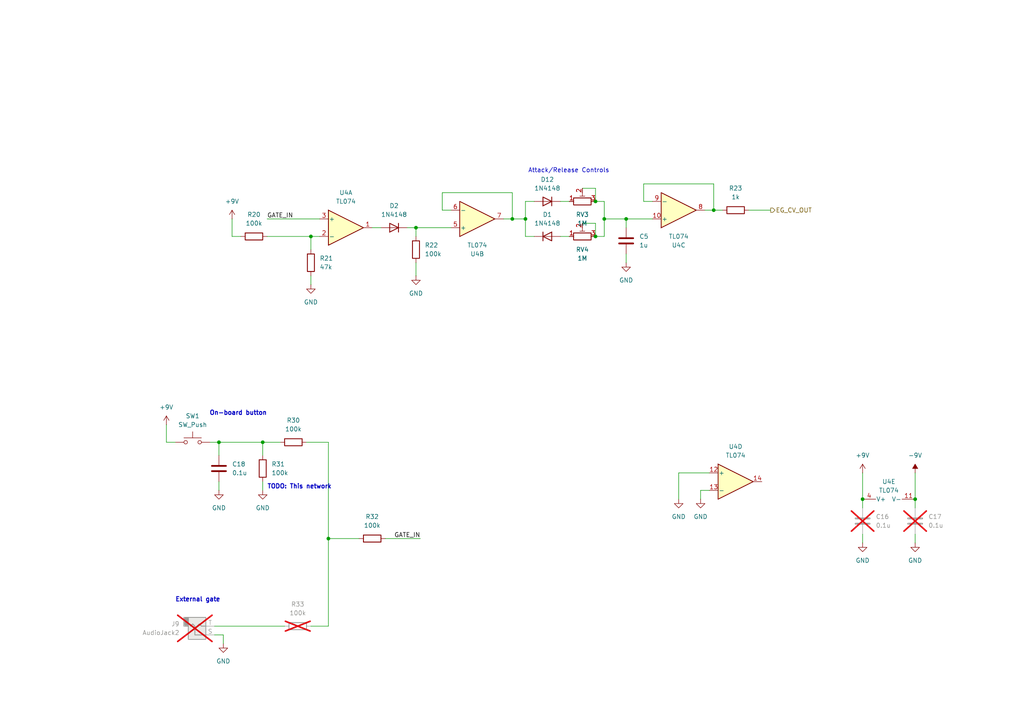
<source format=kicad_sch>
(kicad_sch (version 20250114) (generator "eeschema") (generator_version "9.0")
  (paper "A4")
  (lib_symbols
    (symbol "Amplifier_Operational:TL074" (pin_names (offset 0.127))
      (property "Reference" "U" (at 0 5.08 0))
      (property "Value" "TL074" (at 0 -5.08 0))
      (symbol "TL074_1_1"
        (polyline (pts (xy -5.08 5.08) (xy 5.08 0) (xy -5.08 -5.08) (xy -5.08 5.08)) (stroke (width 0.254)) (fill (type background)))
        (pin input line (at -7.62 2.54 0) (length 2.54) (name "+") (number "3"))
        (pin input line (at -7.62 -2.54 0) (length 2.54) (name "-") (number "2"))
        (pin output line (at 7.62 0 180) (length 2.54) (name "~") (number "1"))
      )
      (symbol "TL074_2_1"
        (polyline (pts (xy -5.08 5.08) (xy 5.08 0) (xy -5.08 -5.08) (xy -5.08 5.08)) (stroke (width 0.254)) (fill (type background)))
        (pin input line (at -7.62 2.54 0) (length 2.54) (name "+") (number "5"))
        (pin input line (at -7.62 -2.54 0) (length 2.54) (name "-") (number "6"))
        (pin output line (at 7.62 0 180) (length 2.54) (name "~") (number "7"))
      )
      (symbol "TL074_3_1"
        (polyline (pts (xy -5.08 5.08) (xy 5.08 0) (xy -5.08 -5.08) (xy -5.08 5.08)) (stroke (width 0.254)) (fill (type background)))
        (pin input line (at -7.62 2.54 0) (length 2.54) (name "+") (number "10"))
        (pin input line (at -7.62 -2.54 0) (length 2.54) (name "-") (number "9"))
        (pin output line (at 7.62 0 180) (length 2.54) (name "~") (number "8"))
      )
      (symbol "TL074_4_1"
        (polyline (pts (xy -5.08 5.08) (xy 5.08 0) (xy -5.08 -5.08) (xy -5.08 5.08)) (stroke (width 0.254)) (fill (type background)))
        (pin input line (at -7.62 2.54 0) (length 2.54) (name "+") (number "12"))
        (pin input line (at -7.62 -2.54 0) (length 2.54) (name "-") (number "13"))
        (pin output line (at 7.62 0 180) (length 2.54) (name "~") (number "14"))
      )
      (symbol "TL074_5_1"
        (pin power_in line (at -2.54 7.62 270) (length 3.81) (name "V+") (number "4"))
        (pin power_in line (at -2.54 -7.62 90) (length 3.81) (name "V-") (number "11"))
      )
    )
    (symbol "Connector_Audio:AudioJack2"
      (property "Reference" "J" (at 0 8.89 0))
      (property "Value" "AudioJack2" (at 0 6.35 0))
      (symbol "AudioJack2_0_1"
        (rectangle (start -3.81 0) (end -2.54 -2.54) (stroke (width 0.254)) (fill (type outline)))
        (rectangle (start -2.54 3.81) (end 2.54 -2.54) (stroke (width 0.254)) (fill (type background)))
        (polyline (pts (xy 0 0) (xy 0.635 -0.635) (xy 1.27 0) (xy 2.54 0)) (stroke (width 0.254)))
        (polyline (pts (xy 2.54 2.54) (xy -0.635 2.54) (xy -0.635 0) (xy -1.27 -0.635) (xy -1.905 0)) (stroke (width 0.254)))
      )
      (symbol "AudioJack2_1_1"
        (pin passive line (at 5.08 2.54 180) (length 2.54) (name "~") (number "S"))
        (pin passive line (at 5.08 0 180) (length 2.54) (name "~") (number "T"))
      )
    )
    (symbol "Device:C" (pin_numbers (hide yes)) (pin_names (offset 0.254))
      (property "Reference" "C" (at 0.635 2.54 0))
      (property "Value" "C" (at 0.635 -2.54 0))
      (symbol "C_0_1"
        (polyline (pts (xy -2.032 0.762) (xy 2.032 0.762)) (stroke (width 0.508)))
        (polyline (pts (xy -2.032 -0.762) (xy 2.032 -0.762)) (stroke (width 0.508)))
      )
      (symbol "C_1_1"
        (pin passive line (at 0 3.81 270) (length 2.794) (name "~") (number "1"))
        (pin passive line (at 0 -3.81 90) (length 2.794) (name "~") (number "2"))
      )
    )
    (symbol "Device:R" (pin_numbers (hide yes)) (pin_names (offset 0))
      (property "Reference" "R" (at 2.032 0 90))
      (property "Value" "R" (at 0 0 90))
      (symbol "R_0_1"
        (rectangle (start -1.016 -2.54) (end 1.016 2.54) (stroke (width 0.254)))
      )
      (symbol "R_1_1"
        (pin passive line (at 0 3.81 270) (length 1.27) (name "~") (number "1"))
        (pin passive line (at 0 -3.81 90) (length 1.27) (name "~") (number "2"))
      )
    )
    (symbol "Device:R_Potentiometer_Trim" (pin_names (offset 1.016) (hide yes))
      (property "Reference" "RV" (at -4.445 0 90))
      (property "Value" "R_Potentiometer_Trim" (at -2.54 0 90))
      (symbol "R_Potentiometer_Trim_0_1"
        (rectangle (start 1.016 2.54) (end -1.016 -2.54) (stroke (width 0.254)))
        (polyline (pts (xy 1.524 0.762) (xy 1.524 -0.762)))
        (polyline (pts (xy 2.54 0) (xy 1.524 0)))
      )
      (symbol "R_Potentiometer_Trim_1_1"
        (pin passive line (at 0 3.81 270) (length 1.27) (name "1") (number "1"))
        (pin passive line (at 0 -3.81 90) (length 1.27) (name "3") (number "3"))
        (pin passive line (at 3.81 0 180) (length 1.27) (name "2") (number "2"))
      )
    )
    (symbol "Diode:1N4148" (pin_numbers (hide yes)) (pin_names (hide yes))
      (property "Reference" "D" (at 0 2.54 0))
      (property "Value" "1N4148" (at 0 -2.54 0))
      (symbol "1N4148_0_1"
        (polyline (pts (xy -1.27 1.27) (xy -1.27 -1.27)) (stroke (width 0.254)))
        (polyline (pts (xy 1.27 1.27) (xy 1.27 -1.27) (xy -1.27 0) (xy 1.27 1.27)) (stroke (width 0.254)))
        (polyline (pts (xy 1.27 0) (xy -1.27 0)))
      )
      (symbol "1N4148_1_1"
        (pin passive line (at -3.81 0 0) (length 2.54) (name "K") (number "1"))
        (pin passive line (at 3.81 0 180) (length 2.54) (name "A") (number "2"))
      )
    )
    (symbol "Switch:SW_Push" (pin_numbers (hide yes)) (pin_names (offset 1.016) (hide yes))
      (property "Reference" "SW" (at 1.27 2.54 0))
      (property "Value" "SW_Push" (at 0 -1.524 0))
      (symbol "SW_Push_0_1"
        (circle (center -2.032 0) (radius 0.508))
        (polyline (pts (xy 0 1.27) (xy 0 3.048)))
        (circle (center 2.032 0) (radius 0.508))
        (polyline (pts (xy 2.54 1.27) (xy -2.54 1.27)))
        (pin passive line (at -5.08 0 0) (length 2.54) (name "1") (number "1"))
        (pin passive line (at 5.08 0 180) (length 2.54) (name "2") (number "2"))
      )
    )
    (symbol "power:+9V" (power) (pin_numbers (hide yes)) (pin_names (offset 0) (hide yes))
      (property "Value" "+9V" (at 0 3.556 0))
      (symbol "+9V_0_1"
        (polyline (pts (xy -0.762 1.27) (xy 0 2.54)))
        (polyline (pts (xy 0 2.54) (xy 0.762 1.27)))
        (polyline (pts (xy 0 0) (xy 0 2.54)))
      )
      (symbol "+9V_1_1"
        (pin power_in line (at 0 0 90) (length 0) (name "~") (number "1"))
      )
    )
    (symbol "power:-9V" (power) (pin_numbers (hide yes)) (pin_names (offset 0) (hide yes))
      (property "Value" "-9V" (at 0 3.556 0))
      (symbol "-9V_0_1"
        (polyline (pts (xy 0 0) (xy 0 2.54)))
        (polyline (pts (xy 0.762 1.27) (xy -0.762 1.27) (xy 0 2.54) (xy 0.762 1.27)) (fill (type outline)))
      )
      (symbol "-9V_1_1"
        (pin power_in line (at 0 0 90) (length 0) (name "~") (number "1"))
      )
    )
    (symbol "power:GND" (power) (pin_numbers (hide yes)) (pin_names (offset 0) (hide yes))
      (property "Value" "GND" (at 0 -3.81 0))
      (symbol "GND_0_1"
        (polyline (pts (xy 0 0) (xy 0 -1.27) (xy 1.27 -1.27) (xy 0 -2.54) (xy -1.27 -1.27) (xy 0 -1.27)))
      )
      (symbol "GND_1_1"
        (pin power_in line (at 0 0 270) (length 0) (name "~") (number "1"))
      )
    )
  )
  (text "External gate" (at 50.8 173.99 0) (effects (font (size 1.27 1.27) (thickness 0.254) (bold yes)) (justify left)))
  (text "TODO: This network" (at 77.47 141.224 0) (effects (font (size 1.27 1.27) (thickness 0.254) (bold yes)) (justify left)))
  (text "Attack/Release Controls" (at 153.162 49.53 0) (effects (font (size 1.27 1.27) (thickness 0.1588)) (justify left)))
  (text "On-board button" (at 60.706 119.888 0) (effects (font (size 1.27 1.27) (thickness 0.254) (bold yes)) (justify left)))
  (junction (at 63.5 128.27))
  (junction (at 172.72 58.42))
  (junction (at 152.4 63.5))
  (junction (at 175.26 63.5))
  (junction (at 76.2 128.27))
  (junction (at 90.17 68.58))
  (junction (at 172.72 68.58))
  (junction (at 265.43 144.78))
  (junction (at 95.25 156.21))
  (junction (at 120.65 66.04))
  (junction (at 250.19 144.78))
  (junction (at 181.61 63.5))
  (junction (at 148.59 63.5))
  (junction (at 207.01 60.96))
  (wire (pts (xy 265.43 137.16) (xy 265.43 144.78)))
  (wire (pts (xy 172.72 68.58) (xy 175.26 68.58)))
  (wire (pts (xy 111.76 156.21) (xy 121.92 156.21)))
  (wire (pts (xy 62.23 181.61) (xy 82.55 181.61)))
  (wire (pts (xy 217.17 60.96) (xy 223.52 60.96)))
  (wire (pts (xy 181.61 63.5) (xy 175.26 63.5)))
  (wire (pts (xy 67.31 63.5) (xy 67.31 68.58)))
  (wire (pts (xy 186.69 58.42) (xy 186.69 53.34)))
  (wire (pts (xy 181.61 73.66) (xy 181.61 76.2)))
  (wire (pts (xy 181.61 63.5) (xy 189.23 63.5)))
  (wire (pts (xy 265.43 144.78) (xy 265.43 147.32)))
  (wire (pts (xy 95.25 128.27) (xy 95.25 156.21)))
  (wire (pts (xy 77.47 63.5) (xy 92.71 63.5)))
  (wire (pts (xy 95.25 156.21) (xy 104.14 156.21)))
  (wire (pts (xy 120.65 66.04) (xy 120.65 68.58)))
  (wire (pts (xy 205.74 137.16) (xy 196.85 137.16)))
  (wire (pts (xy 162.56 68.58) (xy 165.1 68.58)))
  (wire (pts (xy 152.4 58.42) (xy 154.94 58.42)))
  (wire (pts (xy 76.2 128.27) (xy 81.28 128.27)))
  (wire (pts (xy 63.5 139.7) (xy 63.5 142.24)))
  (wire (pts (xy 152.4 63.5) (xy 152.4 58.42)))
  (wire (pts (xy 148.59 63.5) (xy 146.05 63.5)))
  (wire (pts (xy 90.17 68.58) (xy 90.17 72.39)))
  (wire (pts (xy 90.17 80.01) (xy 90.17 82.55)))
  (wire (pts (xy 77.47 68.58) (xy 90.17 68.58)))
  (wire (pts (xy 107.95 66.04) (xy 110.49 66.04)))
  (wire (pts (xy 250.19 137.16) (xy 250.19 144.78)))
  (wire (pts (xy 62.23 184.15) (xy 64.77 184.15)))
  (wire (pts (xy 120.65 66.04) (xy 130.81 66.04)))
  (wire (pts (xy 162.56 58.42) (xy 165.1 58.42)))
  (wire (pts (xy 175.26 63.5) (xy 175.26 68.58)))
  (wire (pts (xy 152.4 63.5) (xy 152.4 68.58)))
  (wire (pts (xy 196.85 137.16) (xy 196.85 144.78)))
  (wire (pts (xy 128.27 60.96) (xy 128.27 55.88)))
  (wire (pts (xy 128.27 55.88) (xy 148.59 55.88)))
  (wire (pts (xy 250.19 144.78) (xy 250.19 147.32)))
  (wire (pts (xy 175.26 58.42) (xy 175.26 63.5)))
  (wire (pts (xy 181.61 66.04) (xy 181.61 63.5)))
  (wire (pts (xy 60.96 128.27) (xy 63.5 128.27)))
  (wire (pts (xy 63.5 128.27) (xy 76.2 128.27)))
  (wire (pts (xy 189.23 58.42) (xy 186.69 58.42)))
  (wire (pts (xy 172.72 58.42) (xy 175.26 58.42)))
  (wire (pts (xy 95.25 181.61) (xy 95.25 156.21)))
  (wire (pts (xy 148.59 55.88) (xy 148.59 63.5)))
  (wire (pts (xy 172.72 54.61) (xy 172.72 58.42)))
  (wire (pts (xy 207.01 60.96) (xy 204.47 60.96)))
  (wire (pts (xy 205.74 142.24) (xy 203.2 142.24)))
  (wire (pts (xy 88.9 128.27) (xy 95.25 128.27)))
  (wire (pts (xy 90.17 68.58) (xy 92.71 68.58)))
  (wire (pts (xy 172.72 64.77) (xy 172.72 68.58)))
  (wire (pts (xy 48.26 123.19) (xy 48.26 128.27)))
  (wire (pts (xy 250.19 154.94) (xy 250.19 157.48)))
  (wire (pts (xy 76.2 128.27) (xy 76.2 132.08)))
  (wire (pts (xy 67.31 68.58) (xy 69.85 68.58)))
  (wire (pts (xy 63.5 128.27) (xy 63.5 132.08)))
  (wire (pts (xy 207.01 60.96) (xy 209.55 60.96)))
  (wire (pts (xy 120.65 76.2) (xy 120.65 80.01)))
  (wire (pts (xy 90.17 181.61) (xy 95.25 181.61)))
  (wire (pts (xy 76.2 139.7) (xy 76.2 142.24)))
  (wire (pts (xy 265.43 154.94) (xy 265.43 157.48)))
  (wire (pts (xy 48.26 128.27) (xy 50.8 128.27)))
  (wire (pts (xy 64.77 184.15) (xy 64.77 186.69)))
  (wire (pts (xy 186.69 53.34) (xy 207.01 53.34)))
  (wire (pts (xy 203.2 142.24) (xy 203.2 144.78)))
  (wire (pts (xy 148.59 63.5) (xy 152.4 63.5)))
  (wire (pts (xy 118.11 66.04) (xy 120.65 66.04)))
  (wire (pts (xy 152.4 68.58) (xy 154.94 68.58)))
  (wire (pts (xy 130.81 60.96) (xy 128.27 60.96)))
  (wire (pts (xy 168.91 54.61) (xy 172.72 54.61)))
  (wire (pts (xy 207.01 53.34) (xy 207.01 60.96)))
  (wire (pts (xy 168.91 64.77) (xy 172.72 64.77)))
  (label "GATE_IN" (at 77.47 63.5 0))
  (label "GATE_IN" (at 121.92 156.21 180) (effects (font (thickness 0.1588))))
  (hierarchical_label "EG_CV_OUT" (shape output) (at 223.52 60.96 0))
  (symbol (lib_id "Device:R") (at 120.65 72.39 0) (unit 1)
    (property "Reference" "R22" (at 123.19 71.1199 0) (effects (justify left)))
    (property "Value" "100k" (at 123.19 73.6599 0) (effects (justify left)))
    (property "Footprint" "Resistor_THT:R_Axial_DIN0207_L6.3mm_D2.5mm_P10.16mm_Horizontal" (effects (hide yes)))
    (property "Description" "Resistor" (effects (hide yes)))
  )
  (symbol (lib_id "power:GND") (at 181.61 76.2 0) (unit 1)
    (property "Reference" "#PWR024" (effects (hide yes)))
    (property "Value" "GND" (at 181.61 81.28 0))
    (property "Description" "Power symbol creates a global label with name \"GND\" , ground" (effects (hide yes)))
  )
  (symbol (lib_id "power:GND") (at 76.2 142.24 0) (unit 1)
    (property "Reference" "#PWR064" (effects (hide yes)))
    (property "Value" "GND" (at 76.2 147.32 0))
    (property "Description" "Power symbol creates a global label with name \"GND\" , ground" (effects (hide yes)))
  )
  (symbol (lib_id "Diode:1N4148") (at 158.75 68.58 0) (unit 1)
    (property "Reference" "D1" (at 158.75 62.23 0))
    (property "Value" "1N4148" (at 158.75 64.77 0))
    (property "Footprint" "Diode_THT:D_DO-35_SOD27_P7.62mm_Horizontal" (effects (hide yes)))
    (property "Datasheet" "https://assets.nexperia.com/documents/data-sheet/1N4148_1N4448.pdf" (effects (hide yes)))
    (property "Description" "100V 0.15A standard switching diode, DO-35" (effects (hide yes)))
    (property "Sim.Device" "D" (effects (hide yes)))
    (property "Sim.Pins" "1=K 2=A" (effects (hide yes)))
  )
  (symbol (lib_id "Device:R") (at 90.17 76.2 0) (unit 1)
    (property "Reference" "R21" (at 92.71 74.9299 0) (effects (justify left)))
    (property "Value" "47k" (at 92.71 77.4699 0) (effects (justify left)))
    (property "Footprint" "Resistor_THT:R_Axial_DIN0207_L6.3mm_D2.5mm_P10.16mm_Horizontal" (effects (hide yes)))
    (property "Description" "Resistor" (effects (hide yes)))
  )
  (symbol (lib_id "power:GND") (at 63.5 142.24 0) (unit 1)
    (property "Reference" "#PWR063" (effects (hide yes)))
    (property "Value" "GND" (at 63.5 147.32 0))
    (property "Description" "Power symbol creates a global label with name \"GND\" , ground" (effects (hide yes)))
  )
  (symbol (lib_id "Amplifier_Operational:TL074") (at 100.33 66.04 0) (unit 1)
    (property "Reference" "U4" (at 100.33 55.88 0))
    (property "Value" "TL074" (at 100.33 58.42 0))
    (property "Footprint" "Package_DIP:DIP-14_W7.62mm" (effects (hide yes)))
    (property "Datasheet" "http://www.ti.com/lit/ds/symlink/tl071.pdf" (effects (hide yes)))
    (property "Description" "Quad Low-Noise JFET-Input Operational Amplifiers, DIP-14/SOIC-14" (effects (hide yes)))
  )
  (symbol (lib_id "Device:C") (at 250.19 151.13 0) (unit 1) (dnp yes)
    (property "Reference" "C16" (at 254 149.8599 0) (effects (justify left)))
    (property "Value" "0.1u" (at 254 152.3999 0) (effects (justify left)))
    (property "Footprint" "Capacitor_THT:C_Disc_D6.0mm_W2.5mm_P5.00mm" (effects (hide yes)))
    (property "Description" "Unpolarized capacitor" (effects (hide yes)))
  )
  (symbol (lib_id "Amplifier_Operational:TL074") (at 257.81 142.24 90) (unit 5)
    (property "Reference" "U4" (at 257.81 139.7 90))
    (property "Value" "TL074" (at 257.81 142.24 90))
    (property "Footprint" "Package_DIP:DIP-14_W7.62mm" (effects (hide yes)))
    (property "Datasheet" "http://www.ti.com/lit/ds/symlink/tl071.pdf" (effects (hide yes)))
    (property "Description" "Quad Low-Noise JFET-Input Operational Amplifiers, DIP-14/SOIC-14" (effects (hide yes)))
  )
  (symbol (lib_id "power:GND") (at 203.2 144.78 0) (unit 1)
    (property "Reference" "#PWR054" (effects (hide yes)))
    (property "Value" "GND" (at 203.2 149.86 0))
    (property "Description" "Power symbol creates a global label with name \"GND\" , ground" (effects (hide yes)))
  )
  (symbol (lib_id "power:+9V") (at 48.26 123.19 0) (unit 1)
    (property "Reference" "#PWR062" (effects (hide yes)))
    (property "Value" "+9V" (at 48.26 118.11 0))
    (property "Description" "Power symbol creates a global label with name \"+9V\"" (effects (hide yes)))
  )
  (symbol (lib_id "Connector_Audio:AudioJack2") (at 57.15 181.61 0) (mirror x) (unit 1) (dnp yes)
    (property "Reference" "J9" (at 52.07 180.9749 0) (effects (justify right)))
    (property "Value" "AudioJack2" (at 52.07 183.5149 0) (effects (justify right)))
    (property "Footprint" "Connector_Audio:Jack_3.5mm_CUI_SJ1-3513N_Horizontal" (effects (hide yes)))
    (property "Description" "Audio Jack, 2 Poles (Mono / TS)" (effects (hide yes)))
  )
  (symbol (lib_id "Device:R") (at 85.09 128.27 90) (unit 1)
    (property "Reference" "R30" (at 85.09 121.92 90))
    (property "Value" "100k" (at 85.09 124.46 90))
    (property "Footprint" "Resistor_THT:R_Axial_DIN0207_L6.3mm_D2.5mm_P10.16mm_Horizontal" (effects (hide yes)))
    (property "Description" "Resistor" (effects (hide yes)))
  )
  (symbol (lib_id "power:+9V") (at 67.31 63.5 0) (unit 1)
    (property "Reference" "#PWR021" (effects (hide yes)))
    (property "Value" "+9V" (at 67.31 58.42 0))
    (property "Description" "Power symbol creates a global label with name \"+9V\"" (effects (hide yes)))
  )
  (symbol (lib_id "power:GND") (at 90.17 82.55 0) (unit 1)
    (property "Reference" "#PWR022" (effects (hide yes)))
    (property "Value" "GND" (at 90.17 87.63 0))
    (property "Description" "Power symbol creates a global label with name \"GND\" , ground" (effects (hide yes)))
  )
  (symbol (lib_id "Device:C") (at 63.5 135.89 0) (unit 1)
    (property "Reference" "C18" (at 67.31 134.6199 0) (effects (justify left)))
    (property "Value" "0.1u" (at 67.31 137.1599 0) (effects (justify left)))
    (property "Footprint" "Capacitor_THT:C_Disc_D6.0mm_W2.5mm_P5.00mm" (effects (hide yes)))
    (property "Description" "Unpolarized capacitor" (effects (hide yes)))
  )
  (symbol (lib_id "Device:R") (at 73.66 68.58 90) (unit 1)
    (property "Reference" "R20" (at 73.66 62.23 90))
    (property "Value" "100k" (at 73.66 64.77 90))
    (property "Footprint" "Resistor_THT:R_Axial_DIN0207_L6.3mm_D2.5mm_P10.16mm_Horizontal" (effects (hide yes)))
    (property "Description" "Resistor" (effects (hide yes)))
  )
  (symbol (lib_id "Device:R") (at 76.2 135.89 0) (unit 1)
    (property "Reference" "R31" (at 78.74 134.6199 0) (effects (justify left)))
    (property "Value" "100k" (at 78.74 137.1599 0) (effects (justify left)))
    (property "Footprint" "Resistor_THT:R_Axial_DIN0207_L6.3mm_D2.5mm_P10.16mm_Horizontal" (effects (hide yes)))
    (property "Description" "Resistor" (effects (hide yes)))
  )
  (symbol (lib_id "power:+9V") (at 250.19 137.16 0) (unit 1)
    (property "Reference" "#PWR050" (effects (hide yes)))
    (property "Value" "+9V" (at 250.19 132.08 0))
    (property "Description" "Power symbol creates a global label with name \"+9V\"" (effects (hide yes)))
  )
  (symbol (lib_id "Device:R") (at 213.36 60.96 90) (unit 1)
    (property "Reference" "R23" (at 213.36 54.61 90))
    (property "Value" "1k" (at 213.36 57.15 90))
    (property "Footprint" "Resistor_THT:R_Axial_DIN0207_L6.3mm_D2.5mm_P10.16mm_Horizontal" (effects (hide yes)))
    (property "Description" "Resistor" (effects (hide yes)))
  )
  (symbol (lib_id "Device:C") (at 265.43 151.13 0) (unit 1) (dnp yes)
    (property "Reference" "C17" (at 269.24 149.8599 0) (effects (justify left)))
    (property "Value" "0.1u" (at 269.24 152.3999 0) (effects (justify left)))
    (property "Footprint" "Capacitor_THT:C_Disc_D6.0mm_W2.5mm_P5.00mm" (effects (hide yes)))
    (property "Description" "Unpolarized capacitor" (effects (hide yes)))
  )
  (symbol (lib_id "power:GND") (at 120.65 80.01 0) (unit 1)
    (property "Reference" "#PWR023" (effects (hide yes)))
    (property "Value" "GND" (at 120.65 85.09 0))
    (property "Description" "Power symbol creates a global label with name \"GND\" , ground" (effects (hide yes)))
  )
  (symbol (lib_id "Amplifier_Operational:TL074") (at 213.36 139.7 0) (unit 4)
    (property "Reference" "U4" (at 213.36 129.54 0))
    (property "Value" "TL074" (at 213.36 132.08 0))
    (property "Footprint" "Package_DIP:DIP-14_W7.62mm" (effects (hide yes)))
    (property "Datasheet" "http://www.ti.com/lit/ds/symlink/tl071.pdf" (effects (hide yes)))
    (property "Description" "Quad Low-Noise JFET-Input Operational Amplifiers, DIP-14/SOIC-14" (effects (hide yes)))
  )
  (symbol (lib_id "Device:R_Potentiometer_Trim") (at 168.91 68.58 90) (unit 1)
    (property "Reference" "RV4" (at 168.91 72.39 90))
    (property "Value" "1M" (at 168.91 74.93 90))
    (property "Footprint" "Potentiometer_THT:Potentiometer_Bourns_PTV09A-1_Single_Vertical" (effects (hide yes)))
    (property "Description" "Trim-potentiometer" (effects (hide yes)))
  )
  (symbol (lib_id "power:GND") (at 265.43 157.48 0) (unit 1)
    (property "Reference" "#PWR053" (effects (hide yes)))
    (property "Value" "GND" (at 265.43 162.56 0))
    (property "Description" "Power symbol creates a global label with name \"GND\" , ground" (effects (hide yes)))
  )
  (symbol (lib_id "Switch:SW_Push") (at 55.88 128.27 0) (unit 1)
    (property "Reference" "SW1" (at 55.88 120.65 0))
    (property "Value" "SW_Push" (at 55.88 123.19 0))
    (property "Footprint" "Button_Switch_Keyboard:SW_Cherry_MX_1.00u_PCB" (effects (hide yes)))
    (property "Description" "Push button switch, generic, two pins" (effects (hide yes)))
  )
  (symbol (lib_id "power:GND") (at 196.85 144.78 0) (unit 1)
    (property "Reference" "#PWR055" (effects (hide yes)))
    (property "Value" "GND" (at 196.85 149.86 0))
    (property "Description" "Power symbol creates a global label with name \"GND\" , ground" (effects (hide yes)))
  )
  (symbol (lib_id "Device:R_Potentiometer_Trim") (at 168.91 58.42 90) (unit 1)
    (property "Reference" "RV3" (at 168.91 62.23 90))
    (property "Value" "1M" (at 168.91 64.77 90))
    (property "Footprint" "Potentiometer_THT:Potentiometer_Bourns_PTV09A-1_Single_Vertical" (effects (hide yes)))
    (property "Description" "Trim-potentiometer" (effects (hide yes)))
  )
  (symbol (lib_id "Device:C") (at 181.61 69.85 0) (unit 1)
    (property "Reference" "C5" (at 185.42 68.5799 0) (effects (justify left)))
    (property "Value" "1u" (at 185.42 71.1199 0) (effects (justify left)))
    (property "Footprint" "Capacitor_THT:C_Disc_D6.0mm_W2.5mm_P5.00mm" (effects (hide yes)))
    (property "Description" "Unpolarized capacitor" (effects (hide yes)))
  )
  (symbol (lib_id "Diode:1N4148") (at 114.3 66.04 180) (unit 1)
    (property "Reference" "D2" (at 114.3 59.69 0))
    (property "Value" "1N4148" (at 114.3 62.23 0))
    (property "Footprint" "Diode_THT:D_DO-35_SOD27_P7.62mm_Horizontal" (effects (hide yes)))
    (property "Datasheet" "https://assets.nexperia.com/documents/data-sheet/1N4148_1N4448.pdf" (effects (hide yes)))
    (property "Description" "100V 0.15A standard switching diode, DO-35" (effects (hide yes)))
    (property "Sim.Device" "D" (effects (hide yes)))
    (property "Sim.Pins" "1=K 2=A" (effects (hide yes)))
  )
  (symbol (lib_id "Amplifier_Operational:TL074") (at 196.85 60.96 0) (mirror x) (unit 3)
    (property "Reference" "U4" (at 196.85 71.12 0))
    (property "Value" "TL074" (at 196.85 68.58 0))
    (property "Footprint" "Package_DIP:DIP-14_W7.62mm" (effects (hide yes)))
    (property "Datasheet" "http://www.ti.com/lit/ds/symlink/tl071.pdf" (effects (hide yes)))
    (property "Description" "Quad Low-Noise JFET-Input Operational Amplifiers, DIP-14/SOIC-14" (effects (hide yes)))
  )
  (symbol (lib_id "power:-9V") (at 265.43 137.16 0) (unit 1)
    (property "Reference" "#PWR051" (effects (hide yes)))
    (property "Value" "-9V" (at 265.43 132.08 0))
    (property "Description" "Power symbol creates a global label with name \"-9V\"" (effects (hide yes)))
  )
  (symbol (lib_id "Device:R") (at 107.95 156.21 90) (unit 1)
    (property "Reference" "R32" (at 107.95 149.86 90))
    (property "Value" "100k" (at 107.95 152.4 90))
    (property "Footprint" "Resistor_THT:R_Axial_DIN0207_L6.3mm_D2.5mm_P10.16mm_Horizontal" (effects (hide yes)))
    (property "Description" "Resistor" (effects (hide yes)))
  )
  (symbol (lib_id "power:GND") (at 250.19 157.48 0) (unit 1)
    (property "Reference" "#PWR052" (effects (hide yes)))
    (property "Value" "GND" (at 250.19 162.56 0))
    (property "Description" "Power symbol creates a global label with name \"GND\" , ground" (effects (hide yes)))
  )
  (symbol (lib_id "Device:R") (at 86.36 181.61 90) (unit 1) (dnp yes)
    (property "Reference" "R33" (at 86.36 175.26 90))
    (property "Value" "100k" (at 86.36 177.8 90))
    (property "Footprint" "Resistor_THT:R_Axial_DIN0207_L6.3mm_D2.5mm_P10.16mm_Horizontal" (effects (hide yes)))
    (property "Description" "Resistor" (effects (hide yes)))
  )
  (symbol (lib_id "Amplifier_Operational:TL074") (at 138.43 63.5 0) (mirror x) (unit 2)
    (property "Reference" "U4" (at 138.43 73.66 0))
    (property "Value" "TL074" (at 138.43 71.12 0))
    (property "Footprint" "Package_DIP:DIP-14_W7.62mm" (effects (hide yes)))
    (property "Datasheet" "http://www.ti.com/lit/ds/symlink/tl071.pdf" (effects (hide yes)))
    (property "Description" "Quad Low-Noise JFET-Input Operational Amplifiers, DIP-14/SOIC-14" (effects (hide yes)))
  )
  (symbol (lib_id "power:GND") (at 64.77 186.69 0) (unit 1)
    (property "Reference" "#PWR065" (effects (hide yes)))
    (property "Value" "GND" (at 64.77 191.77 0))
    (property "Description" "Power symbol creates a global label with name \"GND\" , ground" (effects (hide yes)))
  )
  (symbol (lib_id "Diode:1N4148") (at 158.75 58.42 180) (unit 1)
    (property "Reference" "D12" (at 158.75 52.07 0))
    (property "Value" "1N4148" (at 158.75 54.61 0))
    (property "Footprint" "Diode_THT:D_DO-35_SOD27_P7.62mm_Horizontal" (effects (hide yes)))
    (property "Datasheet" "https://assets.nexperia.com/documents/data-sheet/1N4148_1N4448.pdf" (effects (hide yes)))
    (property "Description" "100V 0.15A standard switching diode, DO-35" (effects (hide yes)))
    (property "Sim.Device" "D" (effects (hide yes)))
    (property "Sim.Pins" "1=K 2=A" (effects (hide yes)))
  )
)
</source>
